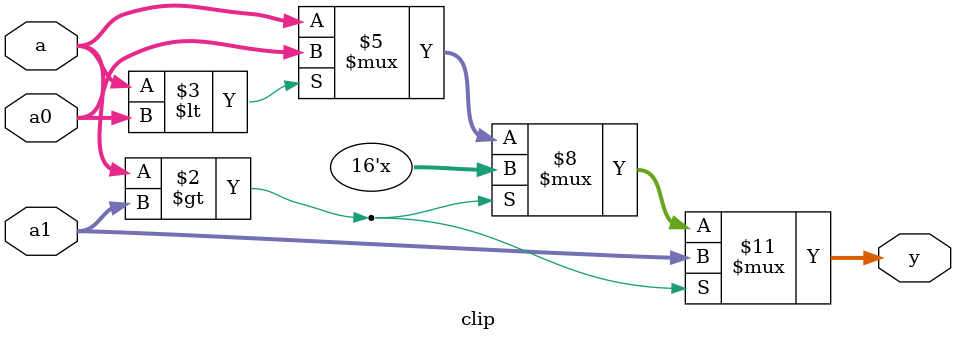
<source format=v>
module clip #(parameter P_WIDTH=16)
  (
   input [P_WIDTH-1:0] 	    a,
   input [P_WIDTH-1:0] 	    a0,
   input [P_WIDTH-1:0] 	    a1,
   output reg [P_WIDTH-1:0] y
   );

   always @(*)
     begin
	if(a > a1)
	  y = a1;
	else if(a < a0)
	  y = a0;
	else
	  y = a; 
     end
   
endmodule
  

</source>
